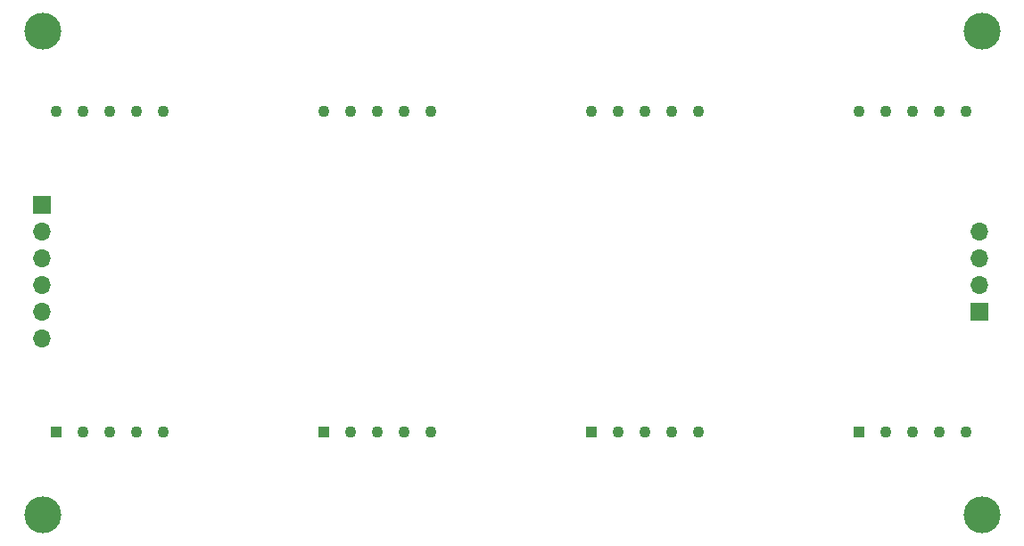
<source format=gbr>
G04 #@! TF.GenerationSoftware,KiCad,Pcbnew,6.0.7*
G04 #@! TF.CreationDate,2022-09-18T12:33:00+10:00*
G04 #@! TF.ProjectId,inchdigits,696e6368-6469-4676-9974-732e6b696361,1*
G04 #@! TF.SameCoordinates,Original*
G04 #@! TF.FileFunction,Soldermask,Top*
G04 #@! TF.FilePolarity,Negative*
%FSLAX46Y46*%
G04 Gerber Fmt 4.6, Leading zero omitted, Abs format (unit mm)*
G04 Created by KiCad (PCBNEW 6.0.7) date 2022-09-18 12:33:00*
%MOMM*%
%LPD*%
G01*
G04 APERTURE LIST*
%ADD10R,1.100000X1.100000*%
%ADD11C,1.100000*%
%ADD12C,3.500000*%
%ADD13R,1.700000X1.700000*%
%ADD14O,1.700000X1.700000*%
G04 APERTURE END LIST*
D10*
X97790000Y-114300000D03*
D11*
X100330000Y-114300000D03*
X102870000Y-114300000D03*
X105410000Y-114300000D03*
X107950000Y-114300000D03*
X107950000Y-83820000D03*
X105410000Y-83820000D03*
X102870000Y-83820000D03*
X100330000Y-83820000D03*
X97790000Y-83820000D03*
D10*
X123190000Y-114300000D03*
D11*
X125730000Y-114300000D03*
X128270000Y-114300000D03*
X130810000Y-114300000D03*
X133350000Y-114300000D03*
X133350000Y-83820000D03*
X130810000Y-83820000D03*
X128270000Y-83820000D03*
X125730000Y-83820000D03*
X123190000Y-83820000D03*
D10*
X173990000Y-114300000D03*
D11*
X176530000Y-114300000D03*
X179070000Y-114300000D03*
X181610000Y-114300000D03*
X184150000Y-114300000D03*
X184150000Y-83820000D03*
X181610000Y-83820000D03*
X179070000Y-83820000D03*
X176530000Y-83820000D03*
X173990000Y-83820000D03*
D12*
X96520000Y-76200000D03*
X185637900Y-76200000D03*
X96520000Y-122137900D03*
X185637900Y-122137900D03*
D10*
X148590000Y-114300000D03*
D11*
X151130000Y-114300000D03*
X153670000Y-114300000D03*
X156210000Y-114300000D03*
X158750000Y-114300000D03*
X158750000Y-83820000D03*
X156210000Y-83820000D03*
X153670000Y-83820000D03*
X151130000Y-83820000D03*
X148590000Y-83820000D03*
D13*
X185420000Y-102860000D03*
D14*
X185420000Y-100320000D03*
X185420000Y-97780000D03*
X185420000Y-95240000D03*
D13*
X96450000Y-92710000D03*
D14*
X96450000Y-95250000D03*
X96450000Y-97790000D03*
X96450000Y-100330000D03*
X96450000Y-102870000D03*
X96450000Y-105410000D03*
M02*

</source>
